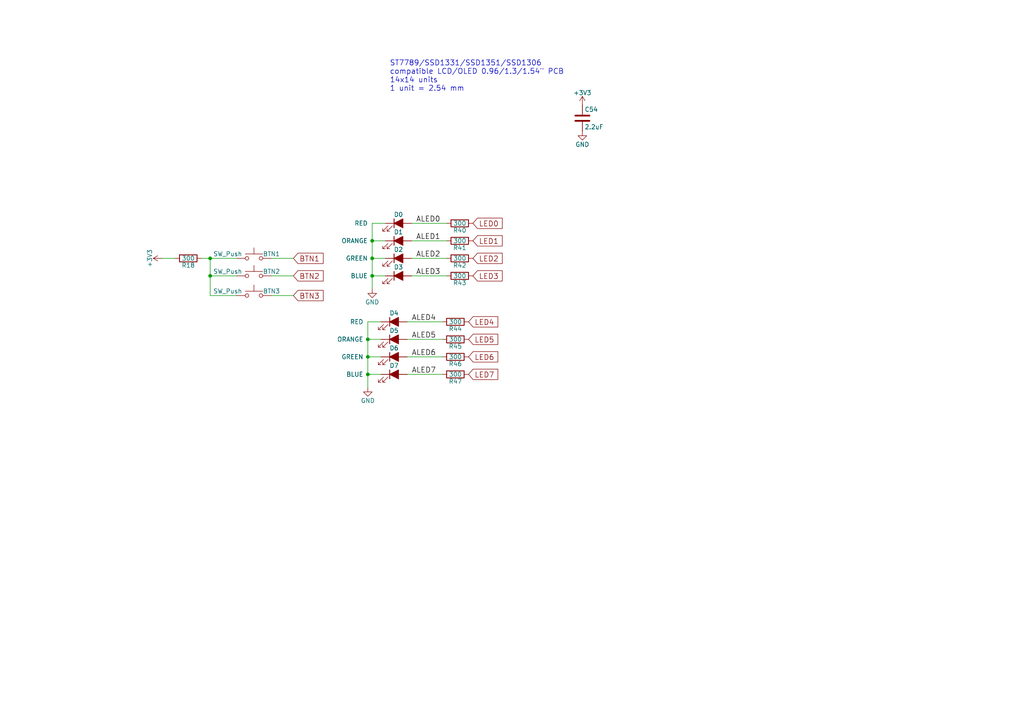
<source format=kicad_sch>
(kicad_sch (version 20231120) (generator "eeschema") (generator_version "8.0")
  (paper "A4")
  (title_block (title "${project_name}") (date "2025-03-12") (rev "${project_version}") (company "${project_creator}") (comment 1 "Buttons, LEDs, OLED display") (comment 2 "License: ${project_license}"))
  (lib_symbols
    (symbol "Device:C" (pin_numbers hide) (pin_names (offset 0.254))
      (property "Reference" "C" (at 0.635 2.54 0))
      (property "Value" "C" (at 0.635 -2.54 0))
      (symbol "C_0_1"
        (polyline (pts (xy -2.032 -0.762) (xy 2.032 -0.762)) (stroke (width 0.508)))
        (polyline (pts (xy -2.032 0.762) (xy 2.032 0.762)) (stroke (width 0.508)))
      )
      (symbol "C_1_1"
        (pin passive line (at 0 3.81 270) (length 2.794) (name "~") (number "1"))
        (pin passive line (at 0 -3.81 90) (length 2.794) (name "~") (number "2"))
      )
    )
    (symbol "Device:R" (pin_numbers hide) (pin_names (offset 0))
      (property "Reference" "R" (at 2.032 0 90))
      (property "Value" "R" (at 0 0 90))
      (symbol "R_0_1"
        (rectangle (start -1.016 -2.54) (end 1.016 2.54) (stroke (width 0.254)))
      )
      (symbol "R_1_1"
        (pin passive line (at 0 3.81 270) (length 1.27) (name "~") (number "1"))
        (pin passive line (at 0 -3.81 90) (length 1.27) (name "~") (number "2"))
      )
    )
    (symbol "Switch:SW_Push" (pin_numbers hide) (pin_names (offset 1.016) hide)
      (property "Reference" "SW" (at 1.27 2.54 0))
      (property "Value" "SW_Push" (at 0 -1.524 0))
      (symbol "SW_Push_0_1"
        (circle (center -2.032 0) (radius 0.508))
        (polyline (pts (xy 0 1.27) (xy 0 3.048)))
        (polyline (pts (xy 2.54 1.27) (xy -2.54 1.27)))
        (circle (center 2.032 0) (radius 0.508))
        (pin passive line (at -5.08 0 0) (length 2.54) (name "1") (number "1"))
        (pin passive line (at 5.08 0 180) (length 2.54) (name "2") (number "2"))
      )
    )
    (symbol "ulx4m-rescue:+3V3-power" (power) (pin_names (offset 0))
      (property "Value" "power_+3V3" (at 0 3.556 0))
      (symbol "+3V3-power_0_1"
        (polyline (pts (xy -0.762 1.27) (xy 0 2.54)))
        (polyline (pts (xy 0 0) (xy 0 2.54)))
        (polyline (pts (xy 0 2.54) (xy 0.762 1.27)))
      )
      (symbol "+3V3-power_1_1"
        (pin power_in line (at 0 0 90) (length 0) hide (name "+3V3") (number "1"))
      )
    )
    (symbol "ulx4m-rescue:GND-power" (power) (pin_names (offset 0))
      (property "Value" "power_GND" (at 0 -3.81 0))
      (symbol "GND-power_0_1"
        (polyline (pts (xy 0 0) (xy 0 -1.27) (xy 1.27 -1.27) (xy 0 -2.54) (xy -1.27 -1.27) (xy 0 -1.27)))
      )
      (symbol "GND-power_1_1"
        (pin power_in line (at 0 0 270) (length 0) hide (name "GND") (number "1"))
      )
    )
    (symbol "ulx4m-rescue:LED_ALT-Device" (pin_numbers hide) (pin_names (offset 1.016) hide)
      (property "Reference" "D" (at 0 2.54 0))
      (property "Value" "Device_LED_ALT" (at 0 -2.54 0))
      (symbol "LED_ALT-Device_0_1"
        (polyline (pts (xy -1.27 -1.27) (xy -1.27 1.27)) (stroke (width 0.254)))
        (polyline (pts (xy -1.27 0) (xy 1.27 0)))
        (polyline (pts (xy 1.27 -1.27) (xy 1.27 1.27) (xy -1.27 0) (xy 1.27 -1.27)) (stroke (width 0.254)) (fill (type outline)))
        (polyline (pts (xy -3.048 -0.762) (xy -4.572 -2.286) (xy -3.81 -2.286) (xy -4.572 -2.286) (xy -4.572 -1.524)))
        (polyline (pts (xy -1.778 -0.762) (xy -3.302 -2.286) (xy -2.54 -2.286) (xy -3.302 -2.286) (xy -3.302 -1.524)))
      )
      (symbol "LED_ALT-Device_1_1"
        (pin passive line (at -3.81 0 0) (length 2.54) (name "K") (number "1"))
        (pin passive line (at 3.81 0 180) (length 2.54) (name "A") (number "2"))
      )
    )
  )
  (junction (at 106.68 103.505))
  (junction (at 107.95 74.93))
  (junction (at 60.96 80.01))
  (junction (at 106.68 98.425))
  (junction (at 107.95 80.01))
  (junction (at 107.95 69.85))
  (junction (at 60.96 74.93))
  (junction (at 106.68 108.585))
  (wire (pts (xy 60.96 80.01) (xy 68.58 80.01)))
  (wire (pts (xy 60.96 74.93) (xy 68.58 74.93)))
  (wire (pts (xy 119.38 80.01) (xy 129.54 80.01)))
  (wire (pts (xy 68.58 85.725) (xy 60.96 85.725)))
  (wire (pts (xy 58.42 74.93) (xy 60.96 74.93)))
  (wire (pts (xy 78.74 80.01) (xy 85.09 80.01)))
  (wire (pts (xy 119.38 64.77) (xy 129.54 64.77)))
  (wire (pts (xy 60.96 74.93) (xy 60.96 80.01)))
  (wire (pts (xy 111.76 69.85) (xy 107.95 69.85)))
  (wire (pts (xy 78.74 74.93) (xy 85.09 74.93)))
  (wire (pts (xy 111.76 80.01) (xy 107.95 80.01)))
  (wire (pts (xy 106.68 93.345) (xy 106.68 98.425)))
  (wire (pts (xy 118.11 98.425) (xy 128.27 98.425)))
  (wire (pts (xy 119.38 74.93) (xy 129.54 74.93)))
  (wire (pts (xy 106.68 103.505) (xy 106.68 108.585)))
  (wire (pts (xy 119.38 69.85) (xy 129.54 69.85)))
  (wire (pts (xy 107.95 80.01) (xy 107.95 83.82)))
  (wire (pts (xy 107.95 74.93) (xy 107.95 80.01)))
  (wire (pts (xy 118.11 108.585) (xy 128.27 108.585)))
  (wire (pts (xy 110.49 108.585) (xy 106.68 108.585)))
  (wire (pts (xy 110.49 93.345) (xy 106.68 93.345)))
  (wire (pts (xy 110.49 103.505) (xy 106.68 103.505)))
  (wire (pts (xy 111.76 74.93) (xy 107.95 74.93)))
  (wire (pts (xy 118.11 93.345) (xy 128.27 93.345)))
  (wire (pts (xy 106.68 98.425) (xy 106.68 103.505)))
  (wire (pts (xy 111.76 64.77) (xy 107.95 64.77)))
  (wire (pts (xy 46.99 74.93) (xy 50.8 74.93)))
  (wire (pts (xy 60.96 85.725) (xy 60.96 80.01)))
  (wire (pts (xy 106.68 108.585) (xy 106.68 112.395)))
  (wire (pts (xy 107.95 64.77) (xy 107.95 69.85)))
  (wire (pts (xy 110.49 98.425) (xy 106.68 98.425)))
  (wire (pts (xy 118.11 103.505) (xy 128.27 103.505)))
  (wire (pts (xy 78.74 85.725) (xy 85.09 85.725)))
  (wire (pts (xy 107.95 69.85) (xy 107.95 74.93)))
  (text "ST7789/SSD1331/SSD1351/SSD1306\ncompatible LCD/OLED 0.96/1.3/1.54\" PCB \n14x14 units\n1 unit = 2.54 mm" (at 113.03 26.67 0) (effects (font (size 1.524 1.524)) (justify left bottom)))
  (label "ALED4" (at 119.38 93.345 0) (effects (font (size 1.524 1.524))))
  (label "ALED7" (at 119.38 108.585 0) (effects (font (size 1.524 1.524))))
  (label "ALED0" (at 120.65 64.77 0) (effects (font (size 1.524 1.524))))
  (label "ALED2" (at 120.65 74.93 0) (effects (font (size 1.524 1.524))))
  (label "ALED5" (at 119.38 98.425 0) (effects (font (size 1.524 1.524))))
  (label "ALED3" (at 120.65 80.01 0) (effects (font (size 1.524 1.524))))
  (label "ALED1" (at 120.65 69.85 0) (effects (font (size 1.524 1.524))))
  (label "ALED6" (at 119.38 103.505 0) (effects (font (size 1.524 1.524))))
  (global_label "BTN2" (shape input) (at 85.09 80.01 0) (effects (font (size 1.524 1.524))) (property "Intersheetrefs" "${INTERSHEET_REFS}" (effects (hide yes))))
  (global_label "LED1" (shape input) (at 137.16 69.85 0) (effects (font (size 1.524 1.524))) (property "Intersheetrefs" "${INTERSHEET_REFS}" (effects (hide yes))))
  (global_label "LED4" (shape input) (at 135.89 93.345 0) (effects (font (size 1.524 1.524))) (property "Intersheetrefs" "${INTERSHEET_REFS}" (effects (hide yes))))
  (global_label "BTN1" (shape input) (at 85.09 74.93 0) (effects (font (size 1.524 1.524))) (property "Intersheetrefs" "${INTERSHEET_REFS}" (effects (hide yes))))
  (global_label "BTN3" (shape input) (at 85.09 85.725 0) (effects (font (size 1.524 1.524))) (property "Intersheetrefs" "${INTERSHEET_REFS}" (effects (hide yes))))
  (global_label "LED7" (shape input) (at 135.89 108.585 0) (effects (font (size 1.524 1.524))) (property "Intersheetrefs" "${INTERSHEET_REFS}" (effects (hide yes))))
  (global_label "LED2" (shape input) (at 137.16 74.93 0) (effects (font (size 1.524 1.524))) (property "Intersheetrefs" "${INTERSHEET_REFS}" (effects (hide yes))))
  (global_label "LED5" (shape input) (at 135.89 98.425 0) (effects (font (size 1.524 1.524))) (property "Intersheetrefs" "${INTERSHEET_REFS}" (effects (hide yes))))
  (global_label "LED6" (shape input) (at 135.89 103.505 0) (effects (font (size 1.524 1.524))) (property "Intersheetrefs" "${INTERSHEET_REFS}" (effects (hide yes))))
  (global_label "LED0" (shape input) (at 137.16 64.77 0) (effects (font (size 1.524 1.524))) (property "Intersheetrefs" "${INTERSHEET_REFS}" (effects (hide yes))))
  (global_label "LED3" (shape input) (at 137.16 80.01 0) (effects (font (size 1.524 1.524))) (property "Intersheetrefs" "${INTERSHEET_REFS}" (effects (hide yes))))
  (symbol (lib_id "ulx4m-rescue:GND-power") (at 107.95 83.82 0) (unit 1)
    (property "Reference" "#PWR083" (effects (hide yes)))
    (property "Value" "GND" (at 107.95 87.63 0))
  )
  (symbol (lib_id "Device:R") (at 133.35 64.77 270) (unit 1)
    (property "Reference" "R40" (at 133.35 66.802 90))
    (property "Value" "300" (at 133.35 64.77 90))
    (property "Footprint" "Resistor_SMD:R_0402_1005Metric" (effects (hide yes)))
  )
  (symbol (lib_id "Device:R") (at 133.35 69.85 270) (unit 1)
    (property "Reference" "R41" (at 133.35 71.882 90))
    (property "Value" "300" (at 133.35 69.85 90))
    (property "Footprint" "Resistor_SMD:R_0402_1005Metric" (effects (hide yes)))
  )
  (symbol (lib_id "Device:R") (at 133.35 74.93 270) (unit 1)
    (property "Reference" "R42" (at 133.35 76.962 90))
    (property "Value" "300" (at 133.35 74.93 90))
    (property "Footprint" "Resistor_SMD:R_0402_1005Metric" (effects (hide yes)))
  )
  (symbol (lib_id "Device:R") (at 133.35 80.01 270) (unit 1)
    (property "Reference" "R43" (at 133.35 82.042 90))
    (property "Value" "300" (at 133.35 80.01 90))
    (property "Footprint" "Resistor_SMD:R_0402_1005Metric" (effects (hide yes)))
  )
  (symbol (lib_id "ulx4m-rescue:LED_ALT-Device") (at 115.57 80.01 0) (unit 1)
    (property "Reference" "D3" (at 115.57 77.47 0))
    (property "Value" "BLUE" (at 106.68 80.01 0) (effects (justify right)))
    (property "Footprint" "LED_SMD:LED_0603_1608Metric" (effects (hide yes)))
    (property "Datasheet" "http://optoelectronics.liteon.com/upload/download/DS-22-99-0226/LTST-C170TBKT.pdf" (effects (hide yes)))
    (property "MNF1_URL" "www.liteon.com" (effects (hide yes)))
    (property "MPN" "LTST-C170TBKT" (effects (hide yes)))
    (property "Datasheet2" "http://optoelectronics.liteon.com/upload/download/ds22-2000-233/ltst-c171tbkt(0630).pdf" (effects (hide yes)))
    (property "MP_N2" "LTST-C171TBKT" (effects (hide yes)))
    (property "Datasheet3" "https://www.rohm.com/datasheet/SML-M13UT" (effects (hide yes)))
    (property "MP_N3" "SMLMN2BCTT86C" (effects (hide yes)))
    (property "Mouser" "859-LTST-C170TBKT" (effects (hide yes)))
    (property "Mouse_r1" "593-LSM0805463V" (effects (hide yes)))
    (property "Mouse_r2" "755-SMLMN2BCTT86C" (effects (hide yes)))
    (property "Mouse_r3" "859-LTST-C171TBKT" (effects (hide yes)))
    (property "Digikey" "160-1579-1-ND" (effects (hide yes)))
    (property "Newark" "94T2911" (effects (hide yes)))
    (property "Newar_k2" "19J8850" (effects (hide yes)))
    (property "LCSC" "C375453" (effects (hide yes)))
    (property "price300_LCSC" "0.02930$" (effects (hide yes)))
    (property "LowCost" "LTST-C170KRKT" (effects (hide yes)))
    (property "Koncar" "FV004" (effects (hide yes)))
    (property "Side" "T" (effects (hide yes)))
  )
  (symbol (lib_id "ulx4m-rescue:LED_ALT-Device") (at 115.57 74.93 0) (unit 1)
    (property "Reference" "D2" (at 115.57 72.39 0))
    (property "Value" "GREEN" (at 106.68 74.93 0) (effects (justify right)))
    (property "Footprint" "LED_SMD:LED_0603_1608Metric" (effects (hide yes)))
    (property "Datasheet" "http://optoelectronics.liteon.com/upload/download/DS22-2000-073/LTST-C170KGKT.pdf" (effects (hide yes)))
    (property "MNF1_URL" "www.liteon.com" (effects (hide yes)))
    (property "MPN" "LTST-C170TGKT" (effects (hide yes)))
    (property "Mouser" "859-LTST-C170TGKT" (effects (hide yes)))
    (property "Digikey" "160-1887-1-ND" (effects (hide yes)))
    (property "Newark" "75R0588" (effects (hide yes)))
    (property "LCSC" "C364562" (effects (hide yes)))
    (property "TME" "LTST-C170TGKT" (effects (hide yes)))
    (property "price300_TME" "0.0789$" (effects (hide yes)))
    (property "LowCost" "LTST-C170KRKT" (effects (hide yes)))
    (property "Koncar" "FV005" (effects (hide yes)))
    (property "Side" "T" (effects (hide yes)))
  )
  (symbol (lib_id "ulx4m-rescue:LED_ALT-Device") (at 115.57 64.77 0) (unit 1)
    (property "Reference" "D0" (at 115.57 62.23 0))
    (property "Value" "RED" (at 106.68 64.77 0) (effects (justify right)))
    (property "Footprint" "LED_SMD:LED_0603_1608Metric" (effects (hide yes)))
    (property "Datasheet" "https://optoelectronics.liteon.com/upload/download/DS-22-99-0150/LTST-C170KRKT.pdf" (effects (hide yes)))
    (property "MNF1_URL" "www.liteon.com" (effects (hide yes)))
    (property "MPN" "LTST-C170KRKT" (effects (hide yes)))
    (property "Mouser" "859-LTST-C170KRKT" (effects (hide yes)))
    (property "Mouse_r1" "859-LTST-C171KRKT" (effects (hide yes)))
    (property "Mouse_r2" "743-IN-S85ATR" (effects (hide yes)))
    (property "Mouse_r3" "645-598-8110-107F" (effects (hide yes)))
    (property "Digikey" "160-1415-1-ND" (effects (hide yes)))
    (property "Newark" "75R0581" (effects (hide yes)))
    (property "Newar_k2" "61AC0090" (effects (hide yes)))
    (property "LCSC" "C94868" (effects (hide yes)))
    (property "price400_LCSC" "0.0195$" (effects (hide yes)))
    (property "Koncar" "FV007" (effects (hide yes)))
    (property "Side" "TB" (effects (hide yes)))
  )
  (symbol (lib_id "ulx4m-rescue:LED_ALT-Device") (at 115.57 69.85 0) (unit 1)
    (property "Reference" "D1" (at 115.57 67.31 0))
    (property "Value" "ORANGE" (at 106.68 69.85 0) (effects (justify right)))
    (property "Footprint" "LED_SMD:LED_0603_1608Metric" (effects (hide yes)))
    (property "Datasheet" "https://optoelectronics.liteon.com/upload/download/DS-22-99-0185/LTST-C170KFKT.pdf" (effects (hide yes)))
    (property "MNF1_URL" "www.liteon.com" (effects (hide yes)))
    (property "MPN" "LTST-C170KFKT" (effects (hide yes)))
    (property "Mouser" "859-LTST-C170KFKT" (effects (hide yes)))
    (property "Mouse_r1" "859-LTST-C171KFKT" (effects (hide yes)))
    (property "Mouse_r3" "645-598-8130-107F" (effects (hide yes)))
    (property "Digikey" "160-1413-1-ND" (effects (hide yes)))
    (property "Newark" "75R0583" (effects (hide yes)))
    (property "Newar_k2" "61AC0088" (effects (hide yes)))
    (property "LCSC" "C284931" (effects (hide yes)))
    (property "price200_LCSC" "0.02075$" (effects (hide yes)))
    (property "LowCost" "LTST-C170KRKT" (effects (hide yes)))
    (property "Koncar" "FV006" (effects (hide yes)))
    (property "Side" "T" (effects (hide yes)))
  )
  (symbol (lib_id "Device:C") (at 168.91 34.29 0) (unit 1)
    (property "Reference" "C54" (at 169.545 31.75 0) (effects (justify left)))
    (property "Value" "2.2uF" (at 169.545 36.83 0) (effects (justify left)))
    (property "Footprint" "Capacitor_SMD:C_0603_1608Metric" (effects (hide yes)))
    (property "MNF1_URL" "www.yageo.com" (effects (hide yes)))
    (property "MPN" "CC0805MRX5R6BB225" (effects (hide yes)))
  )
  (symbol (lib_id "ulx4m-rescue:+3V3-power") (at 168.91 30.48 0) (unit 1)
    (property "Reference" "#PWR088" (effects (hide yes)))
    (property "Value" "+3V3" (at 168.91 26.924 0))
  )
  (symbol (lib_id "ulx4m-rescue:GND-power") (at 168.91 38.1 0) (unit 1)
    (property "Reference" "#PWR089" (effects (hide yes)))
    (property "Value" "GND" (at 168.91 41.91 0))
  )
  (symbol (lib_id "Switch:SW_Push") (at 73.66 74.93 0) (unit 1)
    (property "Reference" "BTN1" (at 78.74 73.66 0))
    (property "Value" "SW_Push" (at 66.04 73.66 0))
    (property "Footprint" "Switch_EVPAA:Switch_EVPAA" (effects (hide yes)))
    (property "Datasheet" "https://www.mouser.in/datasheet/2/315/PANA_S_A0001791376_1-2560543.pdf" (effects (hide yes)))
    (property "Mouser" "https://www.mouser.in/ProductDetail/Panasonic/EVP-AA302K?qs=qvwOHSmaRMmnf4H35tvzww==" (effects (hide yes)))
    (property "DigiKey" "https://www.digikey.com/en/products/detail/panasonic-electronic-components/EVP-AA302K/2810555" (effects (hide yes)))
  )
  (symbol (lib_id "Device:R") (at 54.61 74.93 270) (unit 1)
    (property "Reference" "R18" (at 54.61 76.962 90))
    (property "Value" "300" (at 54.61 74.93 90))
    (property "Footprint" "Resistor_SMD:R_0402_1005Metric" (effects (hide yes)))
  )
  (symbol (lib_id "ulx4m-rescue:+3V3-power") (at 46.99 74.93 90) (unit 1)
    (property "Reference" "#PWR0112" (effects (hide yes)))
    (property "Value" "+3V3" (at 43.434 74.93 0))
  )
  (symbol (lib_id "Switch:SW_Push") (at 73.66 80.01 0) (unit 1)
    (property "Reference" "BTN2" (at 78.74 78.74 0))
    (property "Value" "SW_Push" (at 66.04 78.74 0))
    (property "Footprint" "Switch_EVPAA:Switch_EVPAA" (effects (hide yes)))
    (property "Datasheet" "https://www.mouser.in/datasheet/2/315/PANA_S_A0001791376_1-2560543.pdf" (effects (hide yes)))
    (property "Mouser" "https://www.mouser.in/ProductDetail/Panasonic/EVP-AA302K?qs=qvwOHSmaRMmnf4H35tvzww==" (effects (hide yes)))
    (property "DigiKey" "https://www.digikey.com/en/products/detail/panasonic-electronic-components/EVP-AA302K/2810555" (effects (hide yes)))
  )
  (symbol (lib_id "Device:R") (at 132.08 93.345 270) (unit 1)
    (property "Reference" "R44" (at 132.08 95.377 90))
    (property "Value" "300" (at 132.08 93.345 90))
    (property "Footprint" "Resistor_SMD:R_0402_1005Metric" (effects (hide yes)))
  )
  (symbol (lib_id "Device:R") (at 132.08 98.425 270) (unit 1)
    (property "Reference" "R45" (at 132.08 100.457 90))
    (property "Value" "300" (at 132.08 98.425 90))
    (property "Footprint" "Resistor_SMD:R_0402_1005Metric" (effects (hide yes)))
  )
  (symbol (lib_id "Device:R") (at 132.08 103.505 270) (unit 1)
    (property "Reference" "R46" (at 132.08 105.537 90))
    (property "Value" "300" (at 132.08 103.505 90))
    (property "Footprint" "Resistor_SMD:R_0402_1005Metric" (effects (hide yes)))
  )
  (symbol (lib_id "Device:R") (at 132.08 108.585 270) (unit 1)
    (property "Reference" "R47" (at 132.08 110.617 90))
    (property "Value" "300" (at 132.08 108.585 90))
    (property "Footprint" "Resistor_SMD:R_0402_1005Metric" (effects (hide yes)))
  )
  (symbol (lib_id "ulx4m-rescue:LED_ALT-Device") (at 114.3 108.585 0) (unit 1)
    (property "Reference" "D7" (at 114.3 106.045 0))
    (property "Value" "BLUE" (at 105.41 108.585 0) (effects (justify right)))
    (property "Footprint" "LED_SMD:LED_0603_1608Metric" (effects (hide yes)))
    (property "Datasheet" "http://optoelectronics.liteon.com/upload/download/DS-22-99-0226/LTST-C170TBKT.pdf" (effects (hide yes)))
    (property "MNF1_URL" "www.liteon.com" (effects (hide yes)))
    (property "MPN" "LTST-C170TBKT" (effects (hide yes)))
    (property "Datasheet2" "http://optoelectronics.liteon.com/upload/download/ds22-2000-233/ltst-c171tbkt(0630).pdf" (effects (hide yes)))
    (property "MP_N2" "LTST-C171TBKT" (effects (hide yes)))
    (property "Datasheet3" "https://www.rohm.com/datasheet/SML-M13UT" (effects (hide yes)))
    (property "MP_N3" "SMLMN2BCTT86C" (effects (hide yes)))
    (property "Mouser" "859-LTST-C170TBKT" (effects (hide yes)))
    (property "Mouse_r1" "593-LSM0805463V" (effects (hide yes)))
    (property "Mouse_r2" "755-SMLMN2BCTT86C" (effects (hide yes)))
    (property "Mouse_r3" "859-LTST-C171TBKT" (effects (hide yes)))
    (property "Digikey" "160-1579-1-ND" (effects (hide yes)))
    (property "Newark" "94T2911" (effects (hide yes)))
    (property "Newar_k2" "19J8850" (effects (hide yes)))
    (property "LCSC" "C375453" (effects (hide yes)))
    (property "price300_LCSC" "0.02930$" (effects (hide yes)))
    (property "LowCost" "LTST-C170KRKT" (effects (hide yes)))
    (property "Koncar" "FV004" (effects (hide yes)))
    (property "Side" "T" (effects (hide yes)))
  )
  (symbol (lib_id "ulx4m-rescue:LED_ALT-Device") (at 114.3 103.505 0) (unit 1)
    (property "Reference" "D6" (at 114.3 100.965 0))
    (property "Value" "GREEN" (at 105.41 103.505 0) (effects (justify right)))
    (property "Footprint" "LED_SMD:LED_0603_1608Metric" (effects (hide yes)))
    (property "Datasheet" "http://optoelectronics.liteon.com/upload/download/DS22-2000-073/LTST-C170KGKT.pdf" (effects (hide yes)))
    (property "MNF1_URL" "www.liteon.com" (effects (hide yes)))
    (property "MPN" "LTST-C170TGKT" (effects (hide yes)))
    (property "Mouser" "859-LTST-C170TGKT" (effects (hide yes)))
    (property "Digikey" "160-1887-1-ND" (effects (hide yes)))
    (property "Newark" "75R0588" (effects (hide yes)))
    (property "LCSC" "C364562" (effects (hide yes)))
    (property "TME" "LTST-C170TGKT" (effects (hide yes)))
    (property "price300_TME" "0.0789$" (effects (hide yes)))
    (property "LowCost" "LTST-C170KRKT" (effects (hide yes)))
    (property "Koncar" "FV005" (effects (hide yes)))
    (property "Side" "T" (effects (hide yes)))
  )
  (symbol (lib_id "ulx4m-rescue:LED_ALT-Device") (at 114.3 93.345 0) (unit 1)
    (property "Reference" "D4" (at 114.3 90.805 0))
    (property "Value" "RED" (at 105.41 93.345 0) (effects (justify right)))
    (property "Footprint" "LED_SMD:LED_0603_1608Metric" (effects (hide yes)))
    (property "Datasheet" "https://optoelectronics.liteon.com/upload/download/DS-22-99-0150/LTST-C170KRKT.pdf" (effects (hide yes)))
    (property "MNF1_URL" "www.liteon.com" (effects (hide yes)))
    (property "MPN" "LTST-C170KRKT" (effects (hide yes)))
    (property "Mouser" "859-LTST-C170KRKT" (effects (hide yes)))
    (property "Mouse_r1" "859-LTST-C171KRKT" (effects (hide yes)))
    (property "Mouse_r2" "743-IN-S85ATR" (effects (hide yes)))
    (property "Mouse_r3" "645-598-8110-107F" (effects (hide yes)))
    (property "Digikey" "160-1415-1-ND" (effects (hide yes)))
    (property "Newark" "75R0581" (effects (hide yes)))
    (property "Newar_k2" "61AC0090" (effects (hide yes)))
    (property "LCSC" "C94868" (effects (hide yes)))
    (property "price400_LCSC" "0.0195$" (effects (hide yes)))
    (property "Koncar" "FV007" (effects (hide yes)))
    (property "Side" "TB" (effects (hide yes)))
  )
  (symbol (lib_id "ulx4m-rescue:LED_ALT-Device") (at 114.3 98.425 0) (unit 1)
    (property "Reference" "D5" (at 114.3 95.885 0))
    (property "Value" "ORANGE" (at 105.41 98.425 0) (effects (justify right)))
    (property "Footprint" "LED_SMD:LED_0603_1608Metric" (effects (hide yes)))
    (property "Datasheet" "https://optoelectronics.liteon.com/upload/download/DS-22-99-0185/LTST-C170KFKT.pdf" (effects (hide yes)))
    (property "MNF1_URL" "www.liteon.com" (effects (hide yes)))
    (property "MPN" "LTST-C170KFKT" (effects (hide yes)))
    (property "Mouser" "859-LTST-C170KFKT" (effects (hide yes)))
    (property "Mouse_r1" "859-LTST-C171KFKT" (effects (hide yes)))
    (property "Mouse_r3" "645-598-8130-107F" (effects (hide yes)))
    (property "Digikey" "160-1413-1-ND" (effects (hide yes)))
    (property "Newark" "75R0583" (effects (hide yes)))
    (property "Newar_k2" "61AC0088" (effects (hide yes)))
    (property "LCSC" "C284931" (effects (hide yes)))
    (property "price200_LCSC" "0.02075$" (effects (hide yes)))
    (property "LowCost" "LTST-C170KRKT" (effects (hide yes)))
    (property "Koncar" "FV006" (effects (hide yes)))
    (property "Side" "T" (effects (hide yes)))
  )
  (symbol (lib_id "ulx4m-rescue:GND-power") (at 106.68 112.395 0) (unit 1)
    (property "Reference" "#PWR019" (effects (hide yes)))
    (property "Value" "GND" (at 106.68 116.205 0))
  )
  (symbol (lib_id "Switch:SW_Push") (at 73.66 85.725 0) (unit 1)
    (property "Reference" "BTN3" (at 78.74 84.455 0))
    (property "Value" "SW_Push" (at 66.04 84.455 0))
    (property "Footprint" "Switch_EVPAA:Switch_EVPAA" (effects (hide yes)))
    (property "Datasheet" "https://www.mouser.in/datasheet/2/315/PANA_S_A0001791376_1-2560543.pdf" (effects (hide yes)))
    (property "Mouser" "https://www.mouser.in/ProductDetail/Panasonic/EVP-AA302K?qs=qvwOHSmaRMmnf4H35tvzww==" (effects (hide yes)))
    (property "DigiKey" "https://www.digikey.com/en/products/detail/panasonic-electronic-components/EVP-AA302K/2810555" (effects (hide yes)))
  )
)
</source>
